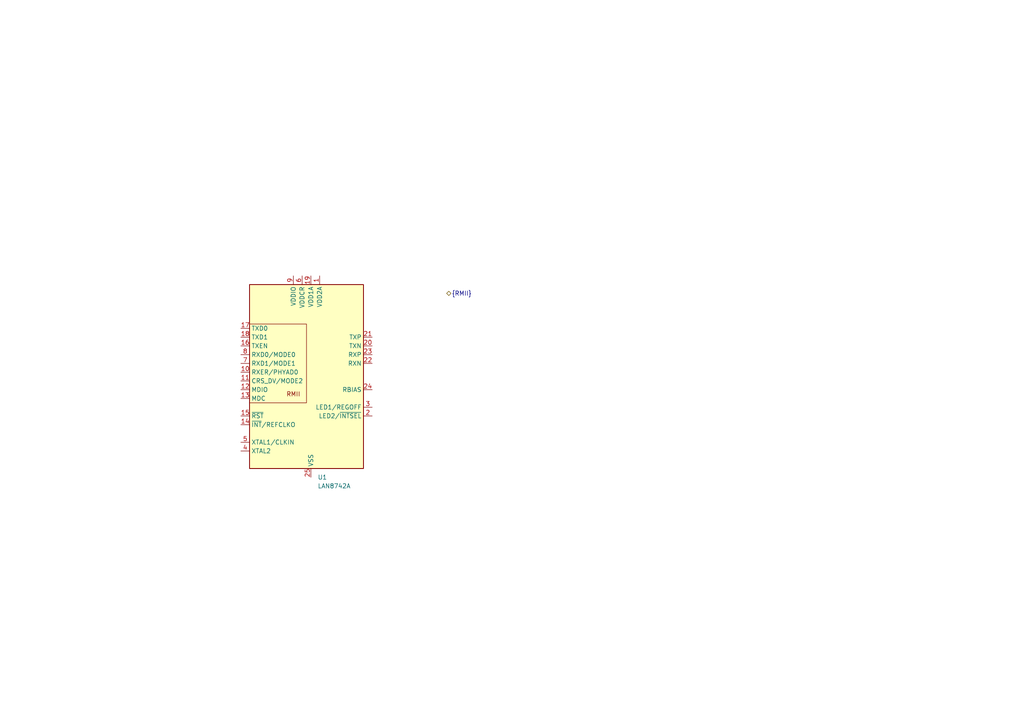
<source format=kicad_sch>
(kicad_sch (version 20230121) (generator eeschema)
  (paper "A4")
  (title_block (title "Heterogeneous radar, RGB, and ToF sensor board") (date "2023-03-28") (rev "1") (company "Center for Project-Based Learning") (comment 1 "Zoltán Marcsek"))
  (lib_symbols
    (symbol "Interface_Ethernet:LAN8742A"
      (property "Reference" "U" (at -13.97 29.21 0))
      (property "Value" "LAN8742A" (at 15.24 29.21 0))
      (symbol "LAN8742A_0_0"
        (text "RMII" (at -5.08 -3.81 0) (effects (font (size 1.27 1.27))))
      )
      (symbol "LAN8742A_0_1"
        (rectangle (start -17.78 27.94) (end 15.24 -25.4) (stroke (width 0.254)) (fill (type background)))
        (polyline (pts (xy -17.78 -6.35) (xy -1.27 -6.35) (xy -1.27 16.51) (xy -17.78 16.51)))
      )
      (symbol "LAN8742A_1_1"
        (pin power_in line (at 2.54 30.48 270) (length 2.54) (name "VDD2A") (number "1"))
        (pin output line (at -20.32 2.54 0) (length 2.54) (name "RXER/PHYAD0") (number "10"))
        (pin bidirectional line (at -20.32 0 0) (length 2.54) (name "CRS_DV/MODE2") (number "11"))
        (pin bidirectional line (at -20.32 -2.54 0) (length 2.54) (name "MDIO") (number "12"))
        (pin input line (at -20.32 -5.08 0) (length 2.54) (name "MDC") (number "13"))
        (pin output line (at -20.32 -12.7 0) (length 2.54) (name "~{INT}/REFCLKO") (number "14"))
        (pin input line (at -20.32 -10.16 0) (length 2.54) (name "~{RST}") (number "15"))
        (pin input line (at -20.32 10.16 0) (length 2.54) (name "TXEN") (number "16"))
        (pin input line (at -20.32 15.24 0) (length 2.54) (name "TXD0") (number "17"))
        (pin input line (at -20.32 12.7 0) (length 2.54) (name "TXD1") (number "18"))
        (pin power_in line (at 0 30.48 270) (length 2.54) (name "VDD1A") (number "19"))
        (pin bidirectional line (at 17.78 -10.16 180) (length 2.54) (name "LED2/~{INTSEL}") (number "2"))
        (pin passive line (at 17.78 10.16 180) (length 2.54) (name "TXN") (number "20"))
        (pin passive line (at 17.78 12.7 180) (length 2.54) (name "TXP") (number "21"))
        (pin passive line (at 17.78 5.08 180) (length 2.54) (name "RXN") (number "22"))
        (pin passive line (at 17.78 7.62 180) (length 2.54) (name "RXP") (number "23"))
        (pin passive line (at 17.78 -2.54 180) (length 2.54) (name "RBIAS") (number "24"))
        (pin power_in line (at 0 -27.94 90) (length 2.54) (name "VSS") (number "25"))
        (pin bidirectional line (at 17.78 -7.62 180) (length 2.54) (name "LED1/REGOFF") (number "3"))
        (pin output line (at -20.32 -20.32 0) (length 2.54) (name "XTAL2") (number "4"))
        (pin input line (at -20.32 -17.78 0) (length 2.54) (name "XTAL1/CLKIN") (number "5"))
        (pin power_in line (at -2.54 30.48 270) (length 2.54) (name "VDDCR") (number "6"))
        (pin bidirectional line (at -20.32 5.08 0) (length 2.54) (name "RXD1/MODE1") (number "7"))
        (pin bidirectional line (at -20.32 7.62 0) (length 2.54) (name "RXD0/MODE0") (number "8"))
        (pin power_in line (at -5.08 30.48 270) (length 2.54) (name "VDDIO") (number "9"))
      )
    )
  )
  (hierarchical_label "{RMII}" (shape bidirectional) (at 129.54 85.09 0))
  (symbol (lib_id "Interface_Ethernet:LAN8742A") (at 90.17 110.49 0) (unit 1)
    (property "Reference" "U1" (at 92.1259 138.43 0) (effects (justify left)))
    (property "Value" "LAN8742A" (at 92.1259 140.97 0) (effects (justify left)))
    (property "Footprint" "Package_DFN_QFN:VQFN-24-1EP_4x4mm_P0.5mm_EP2.5x2.5mm_ThermalVias" (effects hide))
    (property "Datasheet" "http://ww1.microchip.com/downloads/en/DeviceDoc/8742a.pdf" (effects hide))
  )
)
</source>
